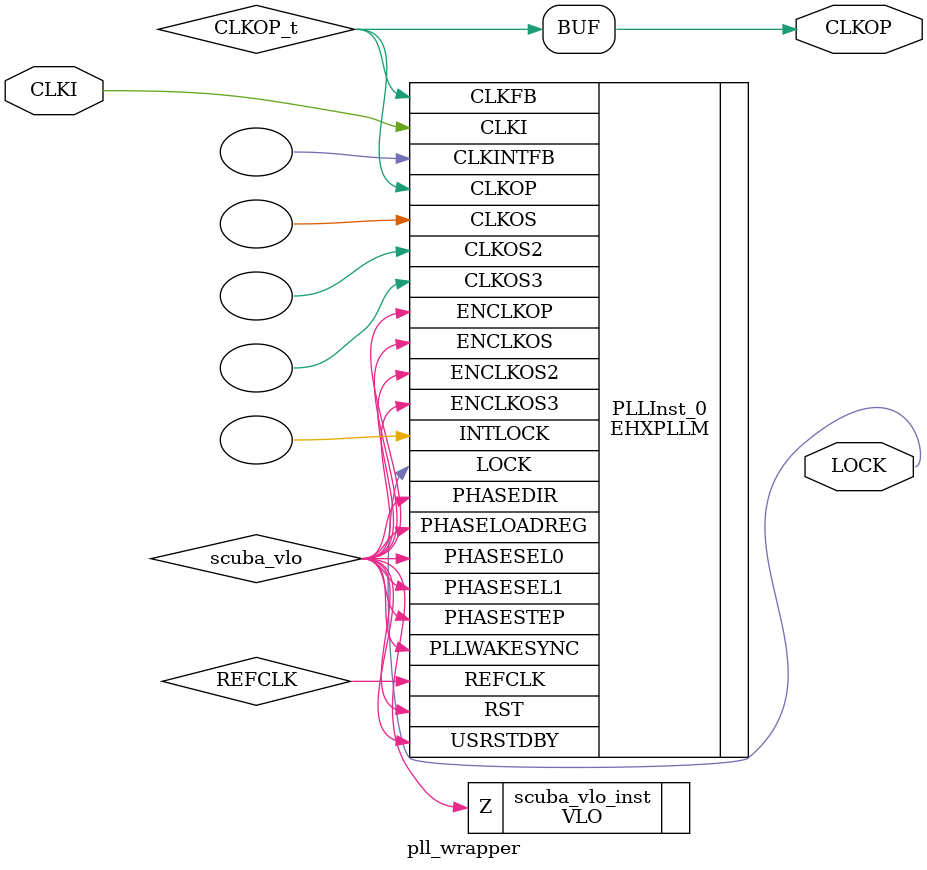
<source format=v>
/* Verilog netlist generated by SCUBA Diamond (64-bit) 3.13.0.56.2 */
/* Module Version: 5.7 */
/* C:\lscc\diamond\3.13\ispfpga\bin\nt64\scuba.exe -w -n pll_wrapper -lang verilog -synth lse -bus_exp 7 -bb -arch sn5w00 -type pll -fin 30.0000 -fclkop 40.0000 -fclkop_tol 0.0 -phase_cntl STATIC -lock -fb_mode 1  */
/* Tue Feb 20 12:51:06 2024 */


`timescale 1 ns / 1 ps
module pll_wrapper (CLKI, CLKOP, LOCK)/* synthesis NGD_DRC_MASK=1 */;
    input wire CLKI;
    output wire CLKOP;
    output wire LOCK;

    wire REFCLK;
    wire CLKOP_t;
    wire scuba_vhi;
    wire scuba_vlo;

    VHI scuba_vhi_inst (.Z(scuba_vhi));

    VLO scuba_vlo_inst (.Z(scuba_vlo));

    defparam PLLInst_0.PLLRST_ENA = "DISABLED" ;
    defparam PLLInst_0.INTFB_WAKE = "DISABLED" ;
    defparam PLLInst_0.STDBY_ENABLE = "DISABLED" ;
    defparam PLLInst_0.DPHASE_SOURCE = "DISABLED" ;
    defparam PLLInst_0.CLKOS3_FPHASE = 0 ;
    defparam PLLInst_0.CLKOS3_CPHASE = 0 ;
    defparam PLLInst_0.CLKOS2_FPHASE = 0 ;
    defparam PLLInst_0.CLKOS2_CPHASE = 0 ;
    defparam PLLInst_0.CLKOS_FPHASE = 0 ;
    defparam PLLInst_0.CLKOS_CPHASE = 0 ;
    defparam PLLInst_0.CLKOP_FPHASE = 0 ;
    defparam PLLInst_0.CLKOP_CPHASE = 22 ;
    defparam PLLInst_0.PLL_LOCK_MODE = 0 ;
    defparam PLLInst_0.CLKOS_TRIM_DELAY = 0 ;
    defparam PLLInst_0.CLKOS_TRIM_POL = "FALLING" ;
    defparam PLLInst_0.CLKOP_TRIM_DELAY = 0 ;
    defparam PLLInst_0.CLKOP_TRIM_POL = "FALLING" ;
    defparam PLLInst_0.OUTDIVIDER_MUXD = "DIVD" ;
    defparam PLLInst_0.CLKOS3_ENABLE = "DISABLED" ;
    defparam PLLInst_0.OUTDIVIDER_MUXC = "DIVC" ;
    defparam PLLInst_0.CLKOS2_ENABLE = "DISABLED" ;
    defparam PLLInst_0.OUTDIVIDER_MUXB = "DIVB" ;
    defparam PLLInst_0.CLKOS_ENABLE = "DISABLED" ;
    defparam PLLInst_0.OUTDIVIDER_MUXA = "DIVA" ;
    defparam PLLInst_0.CLKOP_ENABLE = "ENABLED" ;
    defparam PLLInst_0.CLKOS3_DIV = 1 ;
    defparam PLLInst_0.CLKOS2_DIV = 1 ;
    defparam PLLInst_0.CLKOS_DIV = 1 ;
    defparam PLLInst_0.CLKOP_DIV = 23 ;
    defparam PLLInst_0.CLKFB_DIV = 4 ;
    defparam PLLInst_0.CLKI_DIV = 3 ;
    defparam PLLInst_0.FEEDBK_PATH = "CLKOP" ;
    EHXPLLM PLLInst_0 (.CLKI(CLKI), .CLKFB(CLKOP_t), .PHASESEL1(scuba_vlo), 
        .PHASESEL0(scuba_vlo), .PHASEDIR(scuba_vlo), .PHASESTEP(scuba_vlo), 
        .PHASELOADREG(scuba_vlo), .USRSTDBY(scuba_vlo), .PLLWAKESYNC(scuba_vlo), 
        .RST(scuba_vlo), .ENCLKOP(scuba_vlo), .ENCLKOS(scuba_vlo), .ENCLKOS2(scuba_vlo), 
        .ENCLKOS3(scuba_vlo), .CLKOP(CLKOP_t), .CLKOS(), .CLKOS2(), .CLKOS3(), 
        .LOCK(LOCK), .INTLOCK(), .REFCLK(REFCLK), .CLKINTFB())
             /* synthesis FREQUENCY_PIN_CLKOP="40.000000" */
             /* synthesis FREQUENCY_PIN_CLKI="30.000000" */
             /* synthesis ICP_CURRENT="7" */
             /* synthesis LPF_RESISTOR="16" */;

    assign CLKOP = CLKOP_t;


    // exemplar begin
    // exemplar attribute PLLInst_0 FREQUENCY_PIN_CLKOP 40.000000
    // exemplar attribute PLLInst_0 FREQUENCY_PIN_CLKI 30.000000
    // exemplar attribute PLLInst_0 ICP_CURRENT 7
    // exemplar attribute PLLInst_0 LPF_RESISTOR 16
    // exemplar end

endmodule

</source>
